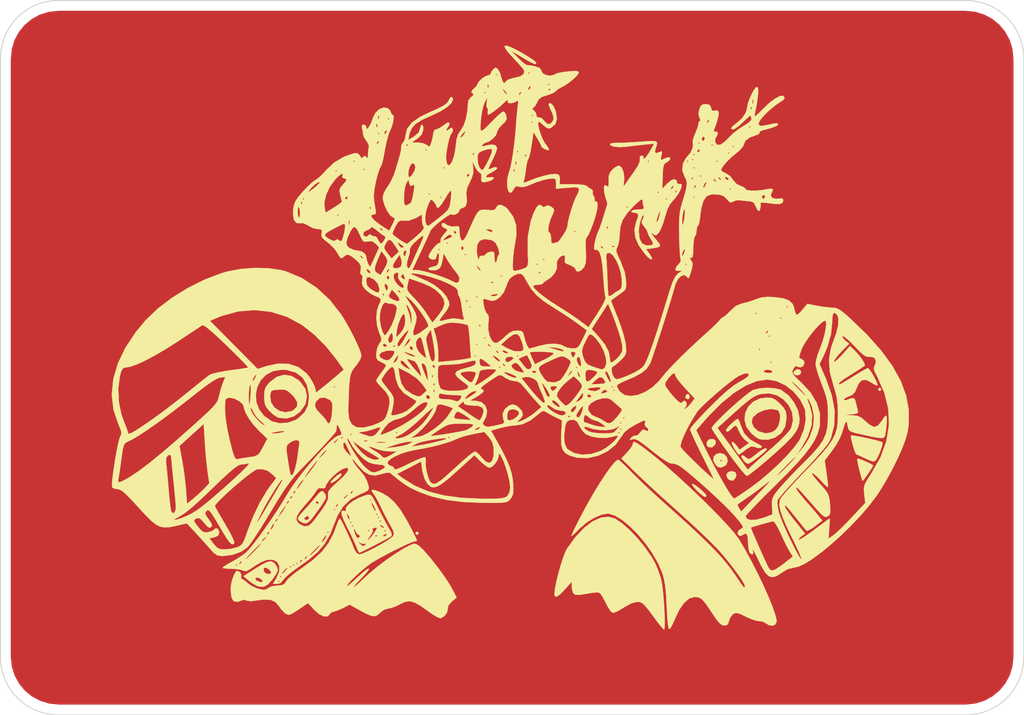
<source format=kicad_pcb>
(kicad_pcb (version 20171130) (host pcbnew "(5.1.4)-1")
  (layers (0 F.Cu signal) (31 B.Cu signal) (34 B.Paste user) (35 F.Paste user) (36 B.SilkS user) (37 F.SilkS user) (38 B.Mask user) (39 F.Mask user) (44 Edge.Cuts user))
  (net 0 "")
  (module Eternal_Daft-Punk:DP11-Logo_42x32mm_SolderMask (layer F.Cu) (at 96 97.6)
    (fp_text reference G*** hide)
    (fp_text value LOGO hide)
  )
  (module Eternal_Daft-Punk:DP11-Logo_42x32mm_SilkScreen (layer F.Cu) (at 96.4 97.6)
    (fp_text reference G*** hide)
    (fp_text value LOGO hide)
  )
  (gr_arc (start 73 114) (end 70 114) (angle -90) (layer Edge.Cuts) (width 0.05))
  (gr_arc (start 120 114) (end 120 117) (angle -90) (layer Edge.Cuts) (width 0.05))
  (gr_arc (start 120 83) (end 123 83) (angle -90) (layer Edge.Cuts) (width 0.05))
  (gr_arc (start 73 83) (end 73 80) (angle -90) (layer Edge.Cuts) (width 0.05))
  (gr_line (start 70 114) (end 70 83) (layer Edge.Cuts) (width 0.05))
  (gr_line (start 120 117) (end 73 117) (layer Edge.Cuts) (width 0.05))
  (gr_line (start 123 83) (end 123 114) (layer Edge.Cuts) (width 0.05))
  (gr_line (start 73 80) (end 120 80) (layer Edge.Cuts) (width 0.05))
  (zone (net 0) (net_name "") (layer F.Cu) (connect_pads (clearance 0.508)) (min_thickness 0.254) (fill yes (arc_segments 32) (thermal_gap 0.508) (thermal_bridge_width 0.508) (smoothing fillet) (radius 0.1))
    (polygon (pts (xy 70 80) (xy 123 80) (xy 123 117) (xy 70 117)))
  )
)
</source>
